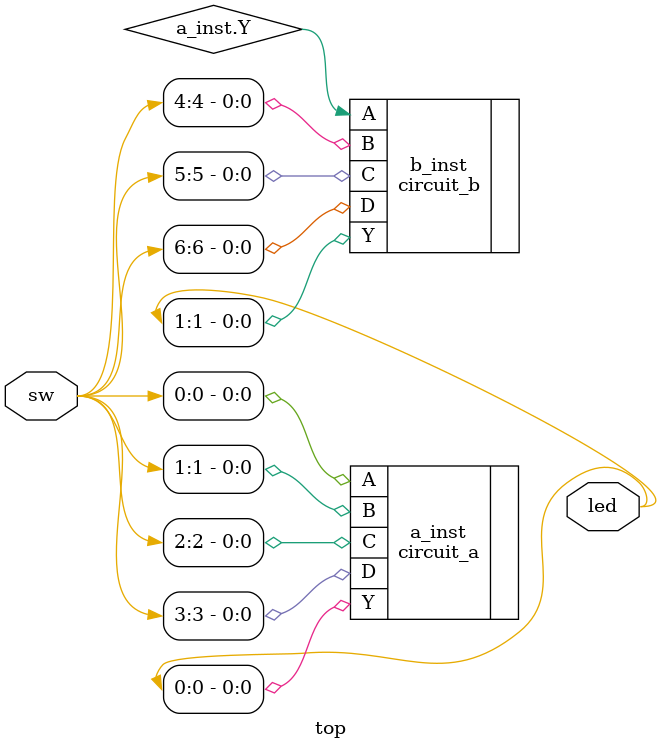
<source format=v>
module top(
    input [6 : 0]sw,
    output [1 : 0]led
);
    wire z;
    circuit_a a_inst(
        .A(sw[0]),
        .B(sw[1]),
        .C(sw[2]),
        .D(sw[3]),
        .Y(led[0])
    );
    
    circuit_b b_inst(
        .A(a_inst.Y),
        .B(sw[4]),
        .C(sw[5]),
        .D(sw[6]),
        .Y(led[1])
        
     );

endmodule
</source>
